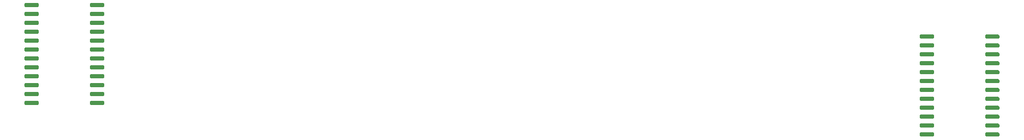
<source format=gbr>
%TF.GenerationSoftware,KiCad,Pcbnew,(5.1.7-0-10_14)*%
%TF.CreationDate,2020-11-07T09:55:29-03:00*%
%TF.ProjectId,MiniMood (tht),4d696e69-4d6f-46f6-9420-28746874292e,1*%
%TF.SameCoordinates,Original*%
%TF.FileFunction,Paste,Bot*%
%TF.FilePolarity,Positive*%
%FSLAX46Y46*%
G04 Gerber Fmt 4.6, Leading zero omitted, Abs format (unit mm)*
G04 Created by KiCad (PCBNEW (5.1.7-0-10_14)) date 2020-11-07 09:55:29*
%MOMM*%
%LPD*%
G01*
G04 APERTURE LIST*
G04 APERTURE END LIST*
%TO.C,4067_1*%
G36*
G01*
X139175000Y-61805000D02*
X139175000Y-62105000D01*
G75*
G02*
X139025000Y-62255000I-150000J0D01*
G01*
X137275000Y-62255000D01*
G75*
G02*
X137125000Y-62105000I0J150000D01*
G01*
X137125000Y-61805000D01*
G75*
G02*
X137275000Y-61655000I150000J0D01*
G01*
X139025000Y-61655000D01*
G75*
G02*
X139175000Y-61805000I0J-150000D01*
G01*
G37*
G36*
G01*
X139175000Y-63075000D02*
X139175000Y-63375000D01*
G75*
G02*
X139025000Y-63525000I-150000J0D01*
G01*
X137275000Y-63525000D01*
G75*
G02*
X137125000Y-63375000I0J150000D01*
G01*
X137125000Y-63075000D01*
G75*
G02*
X137275000Y-62925000I150000J0D01*
G01*
X139025000Y-62925000D01*
G75*
G02*
X139175000Y-63075000I0J-150000D01*
G01*
G37*
G36*
G01*
X139175000Y-64345000D02*
X139175000Y-64645000D01*
G75*
G02*
X139025000Y-64795000I-150000J0D01*
G01*
X137275000Y-64795000D01*
G75*
G02*
X137125000Y-64645000I0J150000D01*
G01*
X137125000Y-64345000D01*
G75*
G02*
X137275000Y-64195000I150000J0D01*
G01*
X139025000Y-64195000D01*
G75*
G02*
X139175000Y-64345000I0J-150000D01*
G01*
G37*
G36*
G01*
X139175000Y-65615000D02*
X139175000Y-65915000D01*
G75*
G02*
X139025000Y-66065000I-150000J0D01*
G01*
X137275000Y-66065000D01*
G75*
G02*
X137125000Y-65915000I0J150000D01*
G01*
X137125000Y-65615000D01*
G75*
G02*
X137275000Y-65465000I150000J0D01*
G01*
X139025000Y-65465000D01*
G75*
G02*
X139175000Y-65615000I0J-150000D01*
G01*
G37*
G36*
G01*
X139175000Y-66885000D02*
X139175000Y-67185000D01*
G75*
G02*
X139025000Y-67335000I-150000J0D01*
G01*
X137275000Y-67335000D01*
G75*
G02*
X137125000Y-67185000I0J150000D01*
G01*
X137125000Y-66885000D01*
G75*
G02*
X137275000Y-66735000I150000J0D01*
G01*
X139025000Y-66735000D01*
G75*
G02*
X139175000Y-66885000I0J-150000D01*
G01*
G37*
G36*
G01*
X139175000Y-68155000D02*
X139175000Y-68455000D01*
G75*
G02*
X139025000Y-68605000I-150000J0D01*
G01*
X137275000Y-68605000D01*
G75*
G02*
X137125000Y-68455000I0J150000D01*
G01*
X137125000Y-68155000D01*
G75*
G02*
X137275000Y-68005000I150000J0D01*
G01*
X139025000Y-68005000D01*
G75*
G02*
X139175000Y-68155000I0J-150000D01*
G01*
G37*
G36*
G01*
X139175000Y-69425000D02*
X139175000Y-69725000D01*
G75*
G02*
X139025000Y-69875000I-150000J0D01*
G01*
X137275000Y-69875000D01*
G75*
G02*
X137125000Y-69725000I0J150000D01*
G01*
X137125000Y-69425000D01*
G75*
G02*
X137275000Y-69275000I150000J0D01*
G01*
X139025000Y-69275000D01*
G75*
G02*
X139175000Y-69425000I0J-150000D01*
G01*
G37*
G36*
G01*
X139175000Y-70695000D02*
X139175000Y-70995000D01*
G75*
G02*
X139025000Y-71145000I-150000J0D01*
G01*
X137275000Y-71145000D01*
G75*
G02*
X137125000Y-70995000I0J150000D01*
G01*
X137125000Y-70695000D01*
G75*
G02*
X137275000Y-70545000I150000J0D01*
G01*
X139025000Y-70545000D01*
G75*
G02*
X139175000Y-70695000I0J-150000D01*
G01*
G37*
G36*
G01*
X139175000Y-71965000D02*
X139175000Y-72265000D01*
G75*
G02*
X139025000Y-72415000I-150000J0D01*
G01*
X137275000Y-72415000D01*
G75*
G02*
X137125000Y-72265000I0J150000D01*
G01*
X137125000Y-71965000D01*
G75*
G02*
X137275000Y-71815000I150000J0D01*
G01*
X139025000Y-71815000D01*
G75*
G02*
X139175000Y-71965000I0J-150000D01*
G01*
G37*
G36*
G01*
X139175000Y-73235000D02*
X139175000Y-73535000D01*
G75*
G02*
X139025000Y-73685000I-150000J0D01*
G01*
X137275000Y-73685000D01*
G75*
G02*
X137125000Y-73535000I0J150000D01*
G01*
X137125000Y-73235000D01*
G75*
G02*
X137275000Y-73085000I150000J0D01*
G01*
X139025000Y-73085000D01*
G75*
G02*
X139175000Y-73235000I0J-150000D01*
G01*
G37*
G36*
G01*
X139175000Y-74505000D02*
X139175000Y-74805000D01*
G75*
G02*
X139025000Y-74955000I-150000J0D01*
G01*
X137275000Y-74955000D01*
G75*
G02*
X137125000Y-74805000I0J150000D01*
G01*
X137125000Y-74505000D01*
G75*
G02*
X137275000Y-74355000I150000J0D01*
G01*
X139025000Y-74355000D01*
G75*
G02*
X139175000Y-74505000I0J-150000D01*
G01*
G37*
G36*
G01*
X139175000Y-75775000D02*
X139175000Y-76075000D01*
G75*
G02*
X139025000Y-76225000I-150000J0D01*
G01*
X137275000Y-76225000D01*
G75*
G02*
X137125000Y-76075000I0J150000D01*
G01*
X137125000Y-75775000D01*
G75*
G02*
X137275000Y-75625000I150000J0D01*
G01*
X139025000Y-75625000D01*
G75*
G02*
X139175000Y-75775000I0J-150000D01*
G01*
G37*
G36*
G01*
X148475000Y-75775000D02*
X148475000Y-76075000D01*
G75*
G02*
X148325000Y-76225000I-150000J0D01*
G01*
X146575000Y-76225000D01*
G75*
G02*
X146425000Y-76075000I0J150000D01*
G01*
X146425000Y-75775000D01*
G75*
G02*
X146575000Y-75625000I150000J0D01*
G01*
X148325000Y-75625000D01*
G75*
G02*
X148475000Y-75775000I0J-150000D01*
G01*
G37*
G36*
G01*
X148475000Y-74505000D02*
X148475000Y-74805000D01*
G75*
G02*
X148325000Y-74955000I-150000J0D01*
G01*
X146575000Y-74955000D01*
G75*
G02*
X146425000Y-74805000I0J150000D01*
G01*
X146425000Y-74505000D01*
G75*
G02*
X146575000Y-74355000I150000J0D01*
G01*
X148325000Y-74355000D01*
G75*
G02*
X148475000Y-74505000I0J-150000D01*
G01*
G37*
G36*
G01*
X148475000Y-73235000D02*
X148475000Y-73535000D01*
G75*
G02*
X148325000Y-73685000I-150000J0D01*
G01*
X146575000Y-73685000D01*
G75*
G02*
X146425000Y-73535000I0J150000D01*
G01*
X146425000Y-73235000D01*
G75*
G02*
X146575000Y-73085000I150000J0D01*
G01*
X148325000Y-73085000D01*
G75*
G02*
X148475000Y-73235000I0J-150000D01*
G01*
G37*
G36*
G01*
X148475000Y-71965000D02*
X148475000Y-72265000D01*
G75*
G02*
X148325000Y-72415000I-150000J0D01*
G01*
X146575000Y-72415000D01*
G75*
G02*
X146425000Y-72265000I0J150000D01*
G01*
X146425000Y-71965000D01*
G75*
G02*
X146575000Y-71815000I150000J0D01*
G01*
X148325000Y-71815000D01*
G75*
G02*
X148475000Y-71965000I0J-150000D01*
G01*
G37*
G36*
G01*
X148475000Y-70695000D02*
X148475000Y-70995000D01*
G75*
G02*
X148325000Y-71145000I-150000J0D01*
G01*
X146575000Y-71145000D01*
G75*
G02*
X146425000Y-70995000I0J150000D01*
G01*
X146425000Y-70695000D01*
G75*
G02*
X146575000Y-70545000I150000J0D01*
G01*
X148325000Y-70545000D01*
G75*
G02*
X148475000Y-70695000I0J-150000D01*
G01*
G37*
G36*
G01*
X148475000Y-69425000D02*
X148475000Y-69725000D01*
G75*
G02*
X148325000Y-69875000I-150000J0D01*
G01*
X146575000Y-69875000D01*
G75*
G02*
X146425000Y-69725000I0J150000D01*
G01*
X146425000Y-69425000D01*
G75*
G02*
X146575000Y-69275000I150000J0D01*
G01*
X148325000Y-69275000D01*
G75*
G02*
X148475000Y-69425000I0J-150000D01*
G01*
G37*
G36*
G01*
X148475000Y-68155000D02*
X148475000Y-68455000D01*
G75*
G02*
X148325000Y-68605000I-150000J0D01*
G01*
X146575000Y-68605000D01*
G75*
G02*
X146425000Y-68455000I0J150000D01*
G01*
X146425000Y-68155000D01*
G75*
G02*
X146575000Y-68005000I150000J0D01*
G01*
X148325000Y-68005000D01*
G75*
G02*
X148475000Y-68155000I0J-150000D01*
G01*
G37*
G36*
G01*
X148475000Y-66885000D02*
X148475000Y-67185000D01*
G75*
G02*
X148325000Y-67335000I-150000J0D01*
G01*
X146575000Y-67335000D01*
G75*
G02*
X146425000Y-67185000I0J150000D01*
G01*
X146425000Y-66885000D01*
G75*
G02*
X146575000Y-66735000I150000J0D01*
G01*
X148325000Y-66735000D01*
G75*
G02*
X148475000Y-66885000I0J-150000D01*
G01*
G37*
G36*
G01*
X148475000Y-65615000D02*
X148475000Y-65915000D01*
G75*
G02*
X148325000Y-66065000I-150000J0D01*
G01*
X146575000Y-66065000D01*
G75*
G02*
X146425000Y-65915000I0J150000D01*
G01*
X146425000Y-65615000D01*
G75*
G02*
X146575000Y-65465000I150000J0D01*
G01*
X148325000Y-65465000D01*
G75*
G02*
X148475000Y-65615000I0J-150000D01*
G01*
G37*
G36*
G01*
X148475000Y-64345000D02*
X148475000Y-64645000D01*
G75*
G02*
X148325000Y-64795000I-150000J0D01*
G01*
X146575000Y-64795000D01*
G75*
G02*
X146425000Y-64645000I0J150000D01*
G01*
X146425000Y-64345000D01*
G75*
G02*
X146575000Y-64195000I150000J0D01*
G01*
X148325000Y-64195000D01*
G75*
G02*
X148475000Y-64345000I0J-150000D01*
G01*
G37*
G36*
G01*
X148475000Y-63075000D02*
X148475000Y-63375000D01*
G75*
G02*
X148325000Y-63525000I-150000J0D01*
G01*
X146575000Y-63525000D01*
G75*
G02*
X146425000Y-63375000I0J150000D01*
G01*
X146425000Y-63075000D01*
G75*
G02*
X146575000Y-62925000I150000J0D01*
G01*
X148325000Y-62925000D01*
G75*
G02*
X148475000Y-63075000I0J-150000D01*
G01*
G37*
G36*
G01*
X148475000Y-61805000D02*
X148475000Y-62105000D01*
G75*
G02*
X148325000Y-62255000I-150000J0D01*
G01*
X146575000Y-62255000D01*
G75*
G02*
X146425000Y-62105000I0J150000D01*
G01*
X146425000Y-61805000D01*
G75*
G02*
X146575000Y-61655000I150000J0D01*
G01*
X148325000Y-61655000D01*
G75*
G02*
X148475000Y-61805000I0J-150000D01*
G01*
G37*
%TD*%
%TO.C,4067_2*%
G36*
G01*
X266425000Y-66305000D02*
X266425000Y-66605000D01*
G75*
G02*
X266275000Y-66755000I-150000J0D01*
G01*
X264525000Y-66755000D01*
G75*
G02*
X264375000Y-66605000I0J150000D01*
G01*
X264375000Y-66305000D01*
G75*
G02*
X264525000Y-66155000I150000J0D01*
G01*
X266275000Y-66155000D01*
G75*
G02*
X266425000Y-66305000I0J-150000D01*
G01*
G37*
G36*
G01*
X266425000Y-67575000D02*
X266425000Y-67875000D01*
G75*
G02*
X266275000Y-68025000I-150000J0D01*
G01*
X264525000Y-68025000D01*
G75*
G02*
X264375000Y-67875000I0J150000D01*
G01*
X264375000Y-67575000D01*
G75*
G02*
X264525000Y-67425000I150000J0D01*
G01*
X266275000Y-67425000D01*
G75*
G02*
X266425000Y-67575000I0J-150000D01*
G01*
G37*
G36*
G01*
X266425000Y-68845000D02*
X266425000Y-69145000D01*
G75*
G02*
X266275000Y-69295000I-150000J0D01*
G01*
X264525000Y-69295000D01*
G75*
G02*
X264375000Y-69145000I0J150000D01*
G01*
X264375000Y-68845000D01*
G75*
G02*
X264525000Y-68695000I150000J0D01*
G01*
X266275000Y-68695000D01*
G75*
G02*
X266425000Y-68845000I0J-150000D01*
G01*
G37*
G36*
G01*
X266425000Y-70115000D02*
X266425000Y-70415000D01*
G75*
G02*
X266275000Y-70565000I-150000J0D01*
G01*
X264525000Y-70565000D01*
G75*
G02*
X264375000Y-70415000I0J150000D01*
G01*
X264375000Y-70115000D01*
G75*
G02*
X264525000Y-69965000I150000J0D01*
G01*
X266275000Y-69965000D01*
G75*
G02*
X266425000Y-70115000I0J-150000D01*
G01*
G37*
G36*
G01*
X266425000Y-71385000D02*
X266425000Y-71685000D01*
G75*
G02*
X266275000Y-71835000I-150000J0D01*
G01*
X264525000Y-71835000D01*
G75*
G02*
X264375000Y-71685000I0J150000D01*
G01*
X264375000Y-71385000D01*
G75*
G02*
X264525000Y-71235000I150000J0D01*
G01*
X266275000Y-71235000D01*
G75*
G02*
X266425000Y-71385000I0J-150000D01*
G01*
G37*
G36*
G01*
X266425000Y-72655000D02*
X266425000Y-72955000D01*
G75*
G02*
X266275000Y-73105000I-150000J0D01*
G01*
X264525000Y-73105000D01*
G75*
G02*
X264375000Y-72955000I0J150000D01*
G01*
X264375000Y-72655000D01*
G75*
G02*
X264525000Y-72505000I150000J0D01*
G01*
X266275000Y-72505000D01*
G75*
G02*
X266425000Y-72655000I0J-150000D01*
G01*
G37*
G36*
G01*
X266425000Y-73925000D02*
X266425000Y-74225000D01*
G75*
G02*
X266275000Y-74375000I-150000J0D01*
G01*
X264525000Y-74375000D01*
G75*
G02*
X264375000Y-74225000I0J150000D01*
G01*
X264375000Y-73925000D01*
G75*
G02*
X264525000Y-73775000I150000J0D01*
G01*
X266275000Y-73775000D01*
G75*
G02*
X266425000Y-73925000I0J-150000D01*
G01*
G37*
G36*
G01*
X266425000Y-75195000D02*
X266425000Y-75495000D01*
G75*
G02*
X266275000Y-75645000I-150000J0D01*
G01*
X264525000Y-75645000D01*
G75*
G02*
X264375000Y-75495000I0J150000D01*
G01*
X264375000Y-75195000D01*
G75*
G02*
X264525000Y-75045000I150000J0D01*
G01*
X266275000Y-75045000D01*
G75*
G02*
X266425000Y-75195000I0J-150000D01*
G01*
G37*
G36*
G01*
X266425000Y-76465000D02*
X266425000Y-76765000D01*
G75*
G02*
X266275000Y-76915000I-150000J0D01*
G01*
X264525000Y-76915000D01*
G75*
G02*
X264375000Y-76765000I0J150000D01*
G01*
X264375000Y-76465000D01*
G75*
G02*
X264525000Y-76315000I150000J0D01*
G01*
X266275000Y-76315000D01*
G75*
G02*
X266425000Y-76465000I0J-150000D01*
G01*
G37*
G36*
G01*
X266425000Y-77735000D02*
X266425000Y-78035000D01*
G75*
G02*
X266275000Y-78185000I-150000J0D01*
G01*
X264525000Y-78185000D01*
G75*
G02*
X264375000Y-78035000I0J150000D01*
G01*
X264375000Y-77735000D01*
G75*
G02*
X264525000Y-77585000I150000J0D01*
G01*
X266275000Y-77585000D01*
G75*
G02*
X266425000Y-77735000I0J-150000D01*
G01*
G37*
G36*
G01*
X266425000Y-79005000D02*
X266425000Y-79305000D01*
G75*
G02*
X266275000Y-79455000I-150000J0D01*
G01*
X264525000Y-79455000D01*
G75*
G02*
X264375000Y-79305000I0J150000D01*
G01*
X264375000Y-79005000D01*
G75*
G02*
X264525000Y-78855000I150000J0D01*
G01*
X266275000Y-78855000D01*
G75*
G02*
X266425000Y-79005000I0J-150000D01*
G01*
G37*
G36*
G01*
X266425000Y-80275000D02*
X266425000Y-80575000D01*
G75*
G02*
X266275000Y-80725000I-150000J0D01*
G01*
X264525000Y-80725000D01*
G75*
G02*
X264375000Y-80575000I0J150000D01*
G01*
X264375000Y-80275000D01*
G75*
G02*
X264525000Y-80125000I150000J0D01*
G01*
X266275000Y-80125000D01*
G75*
G02*
X266425000Y-80275000I0J-150000D01*
G01*
G37*
G36*
G01*
X275725000Y-80275000D02*
X275725000Y-80575000D01*
G75*
G02*
X275575000Y-80725000I-150000J0D01*
G01*
X273825000Y-80725000D01*
G75*
G02*
X273675000Y-80575000I0J150000D01*
G01*
X273675000Y-80275000D01*
G75*
G02*
X273825000Y-80125000I150000J0D01*
G01*
X275575000Y-80125000D01*
G75*
G02*
X275725000Y-80275000I0J-150000D01*
G01*
G37*
G36*
G01*
X275725000Y-79005000D02*
X275725000Y-79305000D01*
G75*
G02*
X275575000Y-79455000I-150000J0D01*
G01*
X273825000Y-79455000D01*
G75*
G02*
X273675000Y-79305000I0J150000D01*
G01*
X273675000Y-79005000D01*
G75*
G02*
X273825000Y-78855000I150000J0D01*
G01*
X275575000Y-78855000D01*
G75*
G02*
X275725000Y-79005000I0J-150000D01*
G01*
G37*
G36*
G01*
X275725000Y-77735000D02*
X275725000Y-78035000D01*
G75*
G02*
X275575000Y-78185000I-150000J0D01*
G01*
X273825000Y-78185000D01*
G75*
G02*
X273675000Y-78035000I0J150000D01*
G01*
X273675000Y-77735000D01*
G75*
G02*
X273825000Y-77585000I150000J0D01*
G01*
X275575000Y-77585000D01*
G75*
G02*
X275725000Y-77735000I0J-150000D01*
G01*
G37*
G36*
G01*
X275725000Y-76465000D02*
X275725000Y-76765000D01*
G75*
G02*
X275575000Y-76915000I-150000J0D01*
G01*
X273825000Y-76915000D01*
G75*
G02*
X273675000Y-76765000I0J150000D01*
G01*
X273675000Y-76465000D01*
G75*
G02*
X273825000Y-76315000I150000J0D01*
G01*
X275575000Y-76315000D01*
G75*
G02*
X275725000Y-76465000I0J-150000D01*
G01*
G37*
G36*
G01*
X275725000Y-75195000D02*
X275725000Y-75495000D01*
G75*
G02*
X275575000Y-75645000I-150000J0D01*
G01*
X273825000Y-75645000D01*
G75*
G02*
X273675000Y-75495000I0J150000D01*
G01*
X273675000Y-75195000D01*
G75*
G02*
X273825000Y-75045000I150000J0D01*
G01*
X275575000Y-75045000D01*
G75*
G02*
X275725000Y-75195000I0J-150000D01*
G01*
G37*
G36*
G01*
X275725000Y-73925000D02*
X275725000Y-74225000D01*
G75*
G02*
X275575000Y-74375000I-150000J0D01*
G01*
X273825000Y-74375000D01*
G75*
G02*
X273675000Y-74225000I0J150000D01*
G01*
X273675000Y-73925000D01*
G75*
G02*
X273825000Y-73775000I150000J0D01*
G01*
X275575000Y-73775000D01*
G75*
G02*
X275725000Y-73925000I0J-150000D01*
G01*
G37*
G36*
G01*
X275725000Y-72655000D02*
X275725000Y-72955000D01*
G75*
G02*
X275575000Y-73105000I-150000J0D01*
G01*
X273825000Y-73105000D01*
G75*
G02*
X273675000Y-72955000I0J150000D01*
G01*
X273675000Y-72655000D01*
G75*
G02*
X273825000Y-72505000I150000J0D01*
G01*
X275575000Y-72505000D01*
G75*
G02*
X275725000Y-72655000I0J-150000D01*
G01*
G37*
G36*
G01*
X275725000Y-71385000D02*
X275725000Y-71685000D01*
G75*
G02*
X275575000Y-71835000I-150000J0D01*
G01*
X273825000Y-71835000D01*
G75*
G02*
X273675000Y-71685000I0J150000D01*
G01*
X273675000Y-71385000D01*
G75*
G02*
X273825000Y-71235000I150000J0D01*
G01*
X275575000Y-71235000D01*
G75*
G02*
X275725000Y-71385000I0J-150000D01*
G01*
G37*
G36*
G01*
X275725000Y-70115000D02*
X275725000Y-70415000D01*
G75*
G02*
X275575000Y-70565000I-150000J0D01*
G01*
X273825000Y-70565000D01*
G75*
G02*
X273675000Y-70415000I0J150000D01*
G01*
X273675000Y-70115000D01*
G75*
G02*
X273825000Y-69965000I150000J0D01*
G01*
X275575000Y-69965000D01*
G75*
G02*
X275725000Y-70115000I0J-150000D01*
G01*
G37*
G36*
G01*
X275725000Y-68845000D02*
X275725000Y-69145000D01*
G75*
G02*
X275575000Y-69295000I-150000J0D01*
G01*
X273825000Y-69295000D01*
G75*
G02*
X273675000Y-69145000I0J150000D01*
G01*
X273675000Y-68845000D01*
G75*
G02*
X273825000Y-68695000I150000J0D01*
G01*
X275575000Y-68695000D01*
G75*
G02*
X275725000Y-68845000I0J-150000D01*
G01*
G37*
G36*
G01*
X275725000Y-67575000D02*
X275725000Y-67875000D01*
G75*
G02*
X275575000Y-68025000I-150000J0D01*
G01*
X273825000Y-68025000D01*
G75*
G02*
X273675000Y-67875000I0J150000D01*
G01*
X273675000Y-67575000D01*
G75*
G02*
X273825000Y-67425000I150000J0D01*
G01*
X275575000Y-67425000D01*
G75*
G02*
X275725000Y-67575000I0J-150000D01*
G01*
G37*
G36*
G01*
X275725000Y-66305000D02*
X275725000Y-66605000D01*
G75*
G02*
X275575000Y-66755000I-150000J0D01*
G01*
X273825000Y-66755000D01*
G75*
G02*
X273675000Y-66605000I0J150000D01*
G01*
X273675000Y-66305000D01*
G75*
G02*
X273825000Y-66155000I150000J0D01*
G01*
X275575000Y-66155000D01*
G75*
G02*
X275725000Y-66305000I0J-150000D01*
G01*
G37*
%TD*%
M02*

</source>
